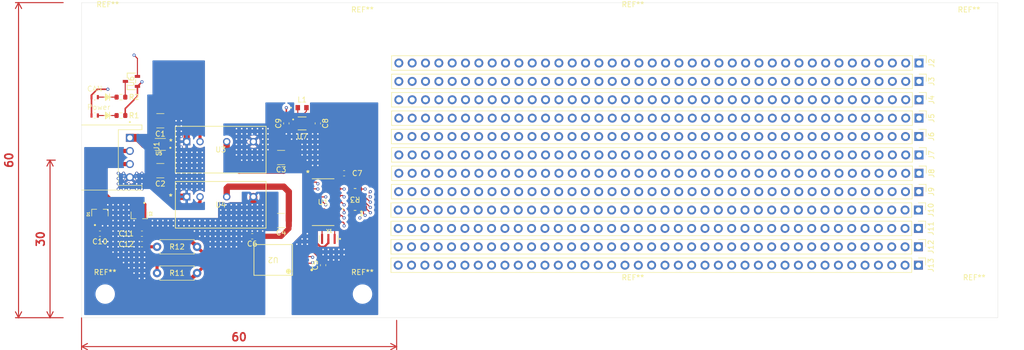
<source format=kicad_pcb>
(kicad_pcb (version 20241229) (generator "pcbnew") (generator_version "9.0")
  (title_block (title "CAN_Isolation") (date "2025-09-09") (rev "Ver.1.0") (company "ISHI-Kai"))
  (layers (0 "F.Cu" signal) (4 "In1.Cu" signal) (6 "In2.Cu" signal) (2 "B.Cu" signal) (13 "F.Paste" user) (15 "B.Paste" user) (5 "F.SilkS" user "F.Silkscreen") (7 "B.SilkS" user "B.Silkscreen") (1 "F.Mask" user) (3 "B.Mask" user) (25 "Edge.Cuts" user))
  (net 0 "")
  (net 1 "BAT_12V")
  (net 2 "BAT_GND")
  (net 3 "GND_3P3")
  (net 4 "+3.3VP")
  (net 5 "GND_5VCAN")
  (net 6 "+5VCAN")
  (net 7 "+5VD")
  (net 8 "CAN_H")
  (net 9 "CAN_L")
  (net 10 "Net-(C12-Pad1)")
  (net 93 "Net-(U7-SW)")
  (net 94 "Net-(LED1-Pad1)")
  (net 95 "Net-(LED2-Pad1)")
  (net 96 "CAN_CS")
  (net 97 "CAN_SDO")
  (net 98 "CAN_SDI")
  (net 99 "CAN_SCK")
  (net 100 "CAN_GPIO0")
  (net 101 "CAN_GPIO1")
  (net 102 "CAN_CLK")
  (net 103 "CAN_INT")
  (net 104 "Net-(U1-OSC2)")
  (net 105 "Net-(U1-OSC1)")
  (net 106 "Net-(U1-RXCAN)")
  (net 107 "Net-(U1-TXCAN)")
  (net 108 "CAN_LED")
  (net 510 "Net-(R2-Pad2)")
  (footprint "Capacitor_SMD:C_0603_1608Metric" (layer "F.Cu") (at 125 105 180)
    (property "Reference" "C7")
    (property "Value" "100n")
  )
  (footprint "CAN_Isolation:DWV0008A-IPC_A" (layer "F.Cu") (at 111.5 121.5 180)
    (property "Reference" "U2")
    (property "Value" "ISO1042QDWVRQ1")
  )
  (footprint "Connector_PinHeader_2.54mm:PinHeader_1x40_P2.54mm_Vertical" (layer "F.Cu") (at 234.44 98 -90)
    (property "Reference" "J6")
    (property "Value" "Conn_01x40_Pin")
  )
  (footprint "Connector_PinHeader_2.54mm:PinHeader_1x40_P2.54mm_Vertical" (layer "F.Cu") (at 234.48 87.5 -90)
    (property "Reference" "J3")
    (property "Value" "Conn_01x40_Pin")
  )
  (footprint "CAN_Isolation:JST_S4B-XH-A" (layer "F.Cu") (at 78.5 102 -90)
    (property "Reference" "J1")
    (property "Value" "S4B-XH-A")
  )
  (footprint "MountingHole:MountingHole_3.2mm_M3" (layer "F.Cu") (at 244 78)
    (property "Reference" "REF**")
    (property "Value" "MountingHole_3.2mm_M3")
  )
  (footprint "Capacitor_SMD:C_0603_1608Metric" (layer "F.Cu") (at 78.5 116.5)
    (property "Reference" "C10")
    (property "Value" "47p")
  )
  (footprint "MountingHole:MountingHole_3.2mm_M3" (layer "F.Cu") (at 245 129)
    (property "Reference" "REF**")
    (property "Value" "MountingHole_3.2mm_M3")
  )
  (footprint "Connector_PinHeader_2.54mm:PinHeader_1x40_P2.54mm_Vertical" (layer "F.Cu") (at 234.48 105 -90)
    (property "Reference" "J8")
    (property "Value" "Conn_01x40_Pin")
  )
  (footprint "Connector_PinHeader_2.54mm:PinHeader_1x40_P2.54mm_Vertical" (layer "F.Cu") (at 234.36 115.5 -90)
    (property "Reference" "J11")
    (property "Value" "Conn_01x40_Pin")
  )
  (footprint "MountingHole:MountingHole_3.2mm_M3" (layer "F.Cu") (at 80 77)
    (property "Reference" "REF**")
    (property "Value" "MountingHole_3.2mm_M3")
  )
  (footprint "CAN_Isolation:SON65P200X200X80-7N" (layer "F.Cu") (at 90 99.5 180)
    (property "Reference" "U5")
    (property "Value" "TVS1800DRVR")
  )
  (footprint "Connector_PinHeader_2.54mm:PinHeader_1x40_P2.54mm_Vertical" (layer "F.Cu") (at 234.36 122.5 -90)
    (property "Reference" "J13")
    (property "Value" "Conn_01x40_Pin")
  )
  (footprint "Capacitor_SMD:C_1210_3225Metric" (layer "F.Cu") (at 90 104.5)
    (property "Reference" "C2")
    (property "Value" "22u")
  )
  (footprint "Resistor_THT:R_Axial_DIN0207_L6.3mm_D2.5mm_P7.62mm_Horizontal" (layer "F.Cu") (at 89.38 119)
    (property "Reference" "R12")
    (property "Value" "60.4")
  )
  (footprint "Capacitor_SMD:C_0603_1608Metric" (layer "F.Cu") (at 121 122.5 90)
    (property "Reference" "C5")
    (property "Value" "100n")
  )
  (footprint "CAN_Isolation:TRANS_DTCZCAHZGT_ROM" (layer "F.Cu") (at 84.5 87.5 90)
    (property "Reference" "U6")
    (property "Value" "DTC114ECAHZGT116")
  )
  (footprint "Connector_PinHeader_2.54mm:PinHeader_1x40_P2.54mm_Vertical" (layer "F.Cu") (at 234.48 101.5 -90)
    (property "Reference" "J7")
    (property "Value" "Conn_01x40_Pin")
  )
  (footprint "MountingHole:MountingHole_3.2mm_M3" (layer "F.Cu") (at 128.5 128)
    (property "Reference" "REF**")
    (property "Value" "MountingHole_3.2mm_M3")
  )
  (footprint "CAN_Isolation:IND_LCCN_1608KK_TAY" (layer "F.Cu") (at 117 92.5)
    (property "Reference" "L1")
    (property "Value" "0.47uH")
  )
  (footprint "Capacitor_SMD:C_0603_1608Metric" (layer "F.Cu") (at 86.5 116.5)
    (property "Reference" "C11")
    (property "Value" "47p")
  )
  (footprint "CAN_Isolation:SOT95P237X111-3N" (layer "F.Cu") (at 78.5 112.5 90)
    (property "Reference" "D1")
    (property "Value" "MMBZ27VCLT1G")
  )
  (footprint "CAN_Isolation:SMLD12EN1WT86" (layer "F.Cu") (at 77.5 90.5 180)
    (property "Reference" "LED2" (hide yes))
    (property "Value" "SMLD12EN1WT86")
  )
  (footprint "Connector_PinHeader_2.54mm:PinHeader_1x40_P2.54mm_Vertical" (layer "F.Cu") (at 234.36 112 -90)
    (property "Reference" "J10")
    (property "Value" "Conn_01x40_Pin")
  )
  (footprint "Capacitor_SMD:C_0603_1608Metric" (layer "F.Cu") (at 120 95.5 -90)
    (property "Reference" "C8")
    (property "Value" "100n")
  )
  (footprint "CAN_Isolation:MGS3_COS" (layer "F.Cu") (at 95.023 98.976)
    (property "Reference" "U3")
    (property "Value" "MGS3123R3")
  )
  (footprint "CAN_Isolation:MGS3_COS" (layer "F.Cu") (at 95.023 109.476)
    (property "Reference" "U4")
    (property "Value" "MGS1R51205")
  )
  (footprint "Connector_PinHeader_2.54mm:PinHeader_1x40_P2.54mm_Vertical" (layer "F.Cu") (at 234.44 108.5 -90)
    (property "Reference" "J9")
    (property "Value" "Conn_01x40_Pin")
  )
  (footprint "CAN_Isolation:RES_EXB2HV" (layer "F.Cu") (at 127.0856 109.9812 180)
    (property "Reference" "R3")
    (property "Value" "EXB-2HV103JV")
  )
  (footprint "CAN_Isolation:SOIC14_150MIL_SL_MCH" (layer "F.Cu") (at 121 110.5)
    (property "Reference" "U1")
    (property "Value" "MCP2518FDT-H/SL")
  )
  (footprint "CAN_Isolation:SMLD12EN1WT86" (layer "F.Cu") (at 77.5 94 180)
    (property "Reference" "LED1" (hide yes))
    (property "Value" "SMLD12EN1WT86")
  )
  (footprint "CAN_Isolation:SOT-5X3-8_DRL_TEX" (layer "F.Cu") (at 117 95.5)
    (property "Reference" "U7")
    (property "Value" "TPS610333QDRLRQ1")
  )
  (footprint "Resistor_SMD:R_0603_1608Metric" (layer "F.Cu") (at 82.5 90.5)
    (property "Reference" "R2")
    (property "Value" "200")
  )
  (footprint "MountingHole:MountingHole_3.2mm_M3" (layer "F.Cu") (at 79.5 128)
    (property "Reference" "REF**")
    (property "Value" "MountingHole_3.2mm_M3")
  )
  (footprint "Capacitor_SMD:C_1210_3225Metric" (layer "F.Cu") (at 90 95)
    (property "Reference" "C1")
    (property "Value" "22u")
  )
  (footprint "Capacitor_SMD:C_0603_1608Metric" (layer "F.Cu") (at 107.5 117 180)
    (property "Reference" "C6")
    (property "Value" "100n")
  )
  (footprint "Capacitor_SMD:C_0603_1608Metric" (layer "F.Cu") (at 86.5 118.5 180)
    (property "Reference" "C12")
    (property "Value" "4700p")
  )
  (footprint "Resistor_THT:R_Axial_DIN0207_L6.3mm_D2.5mm_P7.62mm_Horizontal" (layer "F.Cu") (at 97 124 180)
    (property "Reference" "R11")
    (property "Value" "60.4")
  )
  (footprint "Capacitor_SMD:C_1210_3225Metric" (layer "F.Cu") (at 113 102 180)
    (property "Reference" "C3")
    (property "Value" "22u")
  )
  (footprint "MountingHole:MountingHole_3.2mm_M3" (layer "F.Cu") (at 180 77)
    (property "Reference" "REF**")
    (property "Value" "MountingHole_3.2mm_M3")
  )
  (footprint "Connector_PinHeader_2.54mm:PinHeader_1x40_P2.54mm_Vertical" (layer "F.Cu") (at 234.48 84 -90)
    (property "Reference" "J2")
    (property "Value" "Conn_01x40_Pin")
  )
  (footprint "Connector_PinHeader_2.54mm:PinHeader_1x40_P2.54mm_Vertical" (layer "F.Cu") (at 234.48 94.5 -90)
    (property "Reference" "J5")
    (property "Value" "Conn_01x40_Pin")
  )
  (footprint "CAN_Isolation:OSC_CSTNE20M0V530000R0" (layer "F.Cu") (at 122 117.5 180)
    (property "Reference" "Y1")
    (property "Value" "CSTNE20M0V530000R0")
  )
  (footprint "Capacitor_SMD:C_1210_3225Metric" (layer "F.Cu") (at 113 114 180)
    (property "Reference" "C4")
    (property "Value" "22u")
  )
  (footprint "Capacitor_SMD:C_0603_1608Metric" (layer "F.Cu") (at 114 95.5 -90)
    (property "Reference" "C9")
    (property "Value" "100n")
  )
  (footprint "CAN_Isolation:SOT95P237X111-3N" (layer "F.Cu") (at 86 113 -90)
    (property "Reference" "D2")
    (property "Value" "MMBZ27VCLT1G")
  )
  (footprint "MountingHole:MountingHole_3.2mm_M3" (layer "F.Cu") (at 180 129)
    (property "Reference" "REF**")
    (property "Value" "MountingHole_3.2mm_M3")
  )
  (footprint "Connector_PinHeader_2.54mm:PinHeader_1x40_P2.54mm_Vertical" (layer "F.Cu") (at 234.48 91 -90)
    (property "Reference" "J4")
    (property "Value" "Conn_01x40_Pin")
  )
  (footprint "Connector_PinHeader_2.54mm:PinHeader_1x40_P2.54mm_Vertical" (layer "F.Cu") (at 234.36 119 -90)
    (property "Reference" "J12")
    (property "Value" "Conn_01x40_Pin")
  )
  (footprint "Resistor_SMD:R_0603_1608Metric" (layer "F.Cu") (at 82.5 94)
    (property "Reference" "R1")
    (property "Value" "200")
  )
  (footprint "MountingHole:MountingHole_3.2mm_M3" (layer "F.Cu") (at 128.5 78)
    (property "Reference" "REF**")
    (property "Value" "MountingHole_3.2mm_M3")
  )
  (gr_rect (start 75 72.5) (end 249.5 132.5) (stroke (width 0.05)) (fill no) (layer "Edge.Cuts"))
  (gr_text "CAN" (at 76 89.5 0) (layer "F.SilkS") (effects (font (size 1 1) (thickness 0.1)) (justify left bottom)))
  (gr_text "Power" (at 76 93 0) (layer "F.SilkS") (effects (font (size 1 1) (thickness 0.1)) (justify left bottom)))
  (dimension (type orthogonal) (layer "F.Cu") (pts (xy 72 132.5) (xy 72 72.5)) (height -9) (orientation 1) (format (prefix "") (suffix "") (units 3) (units_format 0) (precision 4) (suppress_zeroes yes)) (style (thickness 0.2) (arrow_length 1.27) (text_position_mode 0) (arrow_direction outward) (extension_height 0.58642) (extension_offset 0.5) (keep_text_aligned yes)) (gr_text "60" (at 61.2 102.5 90) (layer "F.Cu") (effects (font (size 1.5 1.5) (thickness 0.3)))))
  (dimension (type orthogonal) (layer "F.Cu") (pts (xy 75 132) (xy 135 132.5)) (height 6) (orientation 0) (format (prefix "") (suffix "") (units 3) (units_format 0) (precision 4) (suppress_zeroes yes)) (style (thickness 0.2) (arrow_length 1.27) (text_position_mode 0) (arrow_direction outward) (extension_height 0.58642) (extension_offset 0.5) (keep_text_aligned yes)) (gr_text "60" (at 105 136.2 0) (layer "F.Cu") (effects (font (size 1.5 1.5) (thickness 0.3)))))
  (dimension (type orthogonal) (layer "F.Cu") (pts (xy 69 132.5) (xy 70.5 102.5)) (height 0) (orientation 1) (format (prefix "") (suffix "") (units 3) (units_format 0) (precision 4) (suppress_zeroes yes)) (style (thickness 0.2) (arrow_length 1.27) (text_position_mode 0) (arrow_direction outward) (extension_height 0.58642) (extension_offset 0.5) (keep_text_aligned yes)) (gr_text "30" (at 67.2 117.5 90) (layer "F.Cu") (effects (font (size 1.5 1.5) (thickness 0.3)))))
  (segment (start 88.525 107.525) (end 92.5 111.5) (width 0.6) (layer "F.Cu") (net 1))
  (segment (start 97.563 91.563) (end 97.563 98.976) (width 0.6) (layer "F.Cu") (net 1))
  (segment (start 84.2 98.25) (end 85.75 98.25) (width 1.5) (layer "F.Cu") (net 1))
  (segment (start 89 91) (end 97 91) (width 0.6) (layer "F.Cu") (net 1))
  (segment (start 88.98 98.85) (end 88.98 100.15) (width 0.6) (layer "F.Cu") (net 1))
  (segment (start 97.563 110.437) (end 97.563 109.476) (width 0.6) (layer "F.Cu") (net 1))
  (segment (start 96.5 111.5) (end 97.563 110.437) (width 0.6) (layer "F.Cu") (net 1))
  (segment (start 88.525 104.5) (end 88.525 107.525) (width 0.6) (layer "F.Cu") (net 1))
  (segment (start 88.98 100.15) (end 88.98 101.57) (width 0.6) (layer "F.Cu") (net 1))
  (segment (start 88.525 102.025) (end 88.525 104.5) (width 0.6) (layer "F.Cu") (net 1))
  (segment (start 87 99.5) (end 88.549 99.5) (width 1.5) (layer "F.Cu") (net 1))
  (segment (start 88.525 91.475) (end 89 91) (width 0.6) (layer "F.Cu") (net 1))
  (segment (start 85.75 98.25) (end 87 99.5) (width 1.5) (layer "F.Cu") (net 1))
  (segment (start 97 91) (end 97.563 91.563) (width 0.6) (layer "F.Cu") (net 1))
  (segment (start 88.525 95) (end 88.525 91.475) (width 0.6) (layer "F.Cu") (net 1))
  (segment (start 88.98 101.57) (end 88.525 102.025) (width 0.6) (layer "F.Cu") (net 1))
  (segment (start 88.98 97.52) (end 88.525 97.065) (width 0.6) (layer "F.Cu") (net 1))
  (segment (start 88.98 98.85) (end 88.98 97.52) (width 0.6) (layer "F.Cu") (net 1))
  (segment (start 92.5 111.5) (end 96.5 111.5) (width 0.6) (layer "F.Cu") (net 1))
  (segment (start 88.525 97.065) (end 88.525 95) (width 0.6) (layer "F.Cu") (net 1))
  (segment (start 90.65 98.85) (end 90 99.5) (width 0.4) (layer "F.Cu") (net 2))
  (segment (start 91.475 102.025) (end 91.02 101.57) (width 1.2) (layer "F.Cu") (net 2))
  (segment (start 91.02 98.85) (end 91.02 100.15) (width 1.2) (layer "F.Cu") (net 2))
  (segment (start 91.02 99.5) (end 90 99.5) (width 0.4) (layer "F.Cu") (net 2))
  (segment (start 91.02 98.85) (end 91.02 99.5) (width 1.1) (layer "F.Cu") (net 2))
  (segment (start 91.475 108.475) (end 92.476 109.476) (width 1.2) (layer "F.Cu") (net 2))
  (segment (start 91.475 93.525) (end 92 93) (width 1.2) (layer "F.Cu") (net 2))
  (segment (start 91.02 97.93) (end 91.02 98.85) (width 1.2) (layer "F.Cu") (net 2))
  (segment (start 94 93) (end 95.023 94.023) (width 1.2) (layer "F.Cu") (net 2))
  (segment (start 91.02 99.5) (end 91.02 100.15) (width 1.1) (layer "F.Cu") (net 2))
  (segment (start 91.475 104.5) (end 91.475 108.475) (width 1.2) (layer "F.Cu") (net 2))
  (segment (start 84.2 105.75) (end 84.2 105.8) (width 0.4) (layer "F.Cu") (net 2))
  (segment (start 91.475 102.025) (end 91.475 104.5) (width 1.2) (layer "F.Cu") (net 2))
  (segment (start 91.02 100.15) (end 90.65 100.15) (width 0.4) (layer "F.Cu") (net 2))
  (segment (start 90.65 100.15) (end 90 99.5) (width 0.4) (layer "F.Cu") (net 2))
  (segment (start 91.475 97.475) (end 91.02 97.93) (width 1.2) (layer "F.Cu") (net 2))
  (segment (start 91.02 98.85) (end 90.65 98.85) (width 0.4) (layer "F.Cu") (net 2))
  (segment (start 91.475 97.475) (end 91.475 95) (width 1.2) (layer "F.Cu") (net 2))
  (segment (start 91.02 101.57) (end 91.02 100.15) (width 1.2) (layer "F.Cu") (net 2))
  (segment (start 92 93) (end 94 93) (width 1.2) (layer "F.Cu") (net 2))
  (segment (start 92.476 109.476) (end 95.023 109.476) (width 1.2) (layer "F.Cu") (net 2))
  (segment (start 95.023 94.023) (end 95.023 98.976) (width 1.2) (layer "F.Cu") (net 2))
  (segment (start 91.475 95) (end 91.475 93.525) (width 1.2) (layer "F.Cu") (net 2))
  (via (at 96 104) (size 0.6) (drill 0.3) (layers "F.Cu" "B.Cu") (net 2))
  (via (at 94 97) (size 0.6) (drill 0.3) (layers "F.Cu" "B.Cu") (net 2))
  (via (at 93 103) (size 0.6) (drill 0.3) (layers "F.Cu" "B.Cu") (net 2))
  (via (at 85.5 106) (size 0.6) (drill 0.3) (layers "F.Cu" "B.Cu") (net 2))
  (via (at 94 95) (size 0.6) (drill 0.3) (layers "F.Cu" "B.Cu") (net 2))
  (via (at 93 100) (size 0.6) (drill 0.3) (layers "F.Cu" "B.Cu") (net 2))
  (via (at 93 99) (size 0.6) (drill 0.3) (layers "F.Cu" "B.Cu") (net 2))
  (via (at 94 102) (size 0.6) (drill 0.3) (layers "F.Cu" "B.Cu") (net 2))
  (via (at 95 105) (size 0.6) (drill 0.3) (layers "F.Cu" "B.Cu") (net 2))
  (via (at 85.5 107) (size 0.6) (drill 0.3) (layers "F.Cu" "B.Cu") (net 2))
  (via (at 82 105) (size 0.6) (drill 0.3) (layers "F.Cu" "B.Cu") (net 2))
  (via (at 96 107) (size 0.6) (drill 0.3) (layers "F.Cu" "B.Cu") (net 2))
  (via (at 94 108) (size 0.6) (drill 0.3) (layers "F.Cu" "B.Cu") (net 2))
  (via (at 86.5 105) (size 0.6) (drill 0.3) (layers "F.Cu" "B.Cu") (net 2))
  (via (at 93 95) (size 0.6) (drill 0.3) (layers "F.Cu" "B.Cu") (net 2))
  (via (at 96 106) (size 0.6) (drill 0.3) (layers "F.Cu" "B.Cu") (net 2))
  (via (at 94 98) (size 0.6) (drill 0.3) (layers "F.Cu" "B.Cu") (net 2))
  (via (at 83 108) (size 0.6) (drill 0.3) (layers "F.Cu" "B.Cu") (net 2))
  (via (at 84 107) (size 0.6) (drill 0.3) (layers "F.Cu" "B.Cu") (net 2))
  (via (at 93 102) (size 0.6) (drill 0.3) (layers "F.Cu" "B.Cu") (net 2))
  (via (at 95 107) (size 0.6) (drill 0.3) (layers "F.Cu" "B.Cu") (net 2))
  (via (at 95 108) (size 0.6) (drill 0.3) (layers "F.Cu" "B.Cu") (net 2))
  (via (at 97 102) (size 0.6) (drill 0.3) (layers "F.Cu" "B.Cu") (net 2))
  (via (at 82 108) (size 0.6) (drill 0.3) (layers "F.Cu" "B.Cu") (net 2))
  (via (at 95 101) (size 0.6) (drill 0.3) (layers "F.Cu" "B.Cu") (net 2))
  (via (at 98 104) (size 0.6) (drill 0.3) (layers "F.Cu" "B.Cu") (net 2))
  (via (at 82 106) (size 0.6) (drill 0.3) (layers "F.Cu" "B.Cu") (net 2))
  (via (at 97 105) (size 0.6) (drill 0.3) (layers "F.Cu" "B.Cu") (net 2))
  (via (at 83 107) (size 0.6) (drill 0.3) (layers "F.Cu" "B.Cu") (net 2))
  (via (at 98 105) (size 0.6) (drill 0.3) (layers "F.Cu" "B.Cu") (net 2))
  (via (at 96 105) (size 0.6) (drill 0.3) (layers "F.Cu" "B.Cu") (net 2))
  (via (at 94 104) (size 0.6) (drill 0.3) (layers "F.Cu" "B.Cu") (net 2))
  (via (at 95 103) (size 0.6) (drill 0.3) (layers "F.Cu" "B.Cu") (net 2))
  (via (at 95 102) (size 0.6) (drill 0.3) (layers "F.Cu" "B.Cu") (net 2))
  (via (at 96 103) (size 0.6) (drill 0.3) (layers "F.Cu" "B.Cu") (net 2))
  (via (at 94 100) (size 0.6) (drill 0.3) (layers "F.Cu" "B.Cu") (net 2))
  (via (at 85.5 105) (size 0.6) (drill 0.3) (layers "F.Cu" "B.Cu") (net 2))
  (via (at 93 105) (size 0.6) (drill 0.3) (layers "F.Cu" "B.Cu") (net 2))
  (via (at 83 105) (size 0.6) (drill 0.3) (layers "F.Cu" "B.Cu") (net 2))
  (via (at 98 107) (size 0.6) (drill 0.3) (layers "F.Cu" "B.Cu") (net 2))
  (via (at 95 106) (size 0.6) (drill 0.3) (layers "F.Cu" "B.Cu") (net 2))
  (via (at 94 105) (size 0.6) (drill 0.3) (layers "F.Cu" "B.Cu") (net 2))
  (via (at 93 97) (size 0.6) (drill 0.3) (layers "F.Cu" "B.Cu") (net 2))
  (via (at 86.5 106) (size 0.6) (drill 0.3) (layers "F.Cu" "B.Cu") (net 2))
  (via (at 96 108) (size 0.6) (drill 0.3) (layers "F.Cu" "B.Cu") (net 2))
  (via (at 94 106) (size 0.6) (drill 0.3) (layers "F.Cu" "B.Cu") (net 2))
  (via (at 94 107) (size 0.6) (drill 0.3) (layers "F.Cu" "B.Cu") (net 2))
  (via (at 96 102) (size 0.6) (drill 0.3) (layers "F.Cu" "B.Cu") (net 2))
  (via (at 97 106) (size 0.6) (drill 0.3) (layers "F.Cu" "B.Cu") (net 2))
  (via (at 97 104) (size 0.6) (drill 0.3) (layers "F.Cu" "B.Cu") (net 2))
  (via (at 83 106) (size 0.6) (drill 0.3) (layers "F.Cu" "B.Cu") (net 2))
  (via (at 85.5 108) (size 0.6) (drill 0.3) (layers "F.Cu" "B.Cu") (net 2))
  (via (at 97 101) (size 0.6) (drill 0.3) (layers "F.Cu" "B.Cu") (net 2))
  (via (at 94 103) (size 0.6) (drill 0.3) (layers "F.Cu" "B.Cu") (net 2))
  (via (at 82 107) (size 0.6) (drill 0.3) (layers "F.Cu" "B.Cu") (net 2))
  (via (at 98 108) (size 0.6) (drill 0.3) (layers "F.Cu" "B.Cu") (net 2))
  (via (at 93 107) (size 0.6) (drill 0.3) (layers "F.Cu" "B.Cu") (net 2))
  (via (at 97 107) (size 0.6) (drill 0.3) (layers "F.Cu" "B.Cu") (net 2))
  (via (at 98 103) (size 0.6) (drill 0.3) (layers "F.Cu" "B.Cu") (net 2))
  (via (at 97 103) (size 0.6) (drill 0.3) (layers "F.Cu" "B.Cu") (net 2))
  (via (at 93 104) (size 0.6) (drill 0.3) (layers "F.Cu" "B.Cu") (net 2))
  (via (at 98 106) (size 0.6) (drill 0.3) (layers "F.Cu" "B.Cu") (net 2))
  (via (at 95 104) (size 0.6) (drill 0.3) (layers "F.Cu" "B.Cu") (net 2))
  (via (at 98 102) (size 0.6) (drill 0.3) (layers "F.Cu" "B.Cu") (net 2))
  (via (at 93 106) (size 0.6) (drill 0.3) (layers "F.Cu" "B.Cu") (net 2))
  (via (at 93 108) (size 0.6) (drill 0.3) (layers "F.Cu" "B.Cu") (net 2))
  (via (at 96 101) (size 0.6) (drill 0.3) (layers "F.Cu" "B.Cu") (net 2))
  (via (at 86.5 108) (size 0.6) (drill 0.3) (layers "F.Cu" "B.Cu") (net 2))
  (via (at 94 96) (size 0.6) (drill 0.3) (layers "F.Cu" "B.Cu") (net 2))
  (via (at 97 108) (size 0.6) (drill 0.3) (layers "F.Cu" "B.Cu") (net 2))
  (via (at 93 101) (size 0.6) (drill 0.3) (layers "F.Cu" "B.Cu") (net 2))
  (via (at 84 108) (size 0.6) (drill 0.3) (layers "F.Cu" "B.Cu") (net 2))
  (via (at 98 101) (size 0.6) (drill 0.3) (layers "F.Cu" "B.Cu") (net 2))
  (via (at 93 98) (size 0.6) (drill 0.3) (layers "F.Cu" "B.Cu") (net 2))
  (via (at 94 101) (size 0.6) (drill 0.3) (layers "F.Cu" "B.Cu") (net 2))
  (via (at 86.5 107) (size 0.6) (drill 0.3) (layers "F.Cu" "B.Cu") (net 2))
  (via (at 93 96) (size 0.6) (drill 0.3) (layers "F.Cu" "B.Cu") (net 2))
  (segment (start 84.75 105.75) (end 85.5 105) (width 0.4) (layer "B.Cu") (net 2))
  (segment (start 95.023 109.476) (end 95.023 109.523) (width 1.2) (layer "B.Cu") (net 2))
  (segment (start 95.023 98.976) (end 95.024 98.976) (width 1.2) (layer "B.Cu") (net 2))
  (segment (start 95.023 98.976) (end 95.023 99.023) (width 1.2) (layer "B.Cu") (net 2))
  (segment (start 83.25 105.75) (end 83 106) (width 0.4) (layer "B.Cu") (net 2))
  (segment (start 84.2 105.75) (end 84.75 105.75) (width 0.4) (layer "B.Cu") (net 2))
  (segment (start 84.2 105.75) (end 83.25 105.75) (width 0.4) (layer "B.Cu") (net 2))
  (segment (start 85.25 105.75) (end 85.5 106) (width 0.4) (layer "B.Cu") (net 2))
  (segment (start 84.2 105.75) (end 85.25 105.75) (width 0.4) (layer "B.Cu") (net 2))
  (segment (start 84.2 105.75) (end 83.75 105.75) (width 0.4) (layer "B.Cu") (net 2))
  (segment (start 95.023 109.476) (end 95.024 109.476) (width 1.2) (layer "B.Cu") (net 2))
  (segment (start 95.023 98.976) (end 94.976 98.976) (width 1.2) (layer "B.Cu") (net 2))
  (segment (start 83.75 105.75) (end 83 105) (width 0.4) (layer "B.Cu") (net 2))
  (segment (start 95.023 98.976) (end 95.023 98.977) (width 1.2) (layer "B.Cu") (net 2))
  (segment (start 121.252 119) (end 122 118.252) (width 0.4) (layer "F.Cu") (net 3))
  (segment (start 83.325 94) (end 83.325 92.675) (width 0.3) (layer "F.Cu") (net 3))
  (segment (start 117.799201 95.75) (end 118.25 95.75) (width 0.2) (layer "F.Cu") (net 3))
  (segment (start 118.815768 119.595) (end 120.945768 121.725) (width 0.4) (layer "F.Cu") (net 3))
  (segment (start 122 118.252) (end 122 117.5) (width 0.4) (layer "F.Cu") (net 3))
  (segment (start 120.945768 121.725) (end 121 121.725) (width 0.4) (layer "F.Cu") (net 3))
  (segment (start 83.325 92.675) (end 85.643 90.357) (width 0.3) (layer "F.Cu") (net 3))
  (segment (start 119.5 116) (end 119.5 118) (width 0.4) (layer "F.Cu") (net 3))
  (segment (start 119.5 118) (end 120.5 119) (width 0.4) (layer "F.Cu") (net 3))
  (segment (start 118.25 95.75) (end 118.775 96.275) (width 0.2) (layer "F.Cu") (net 3))
  (segment (start 85.643 88.450001) (end 86.502 87.591001) (width 0.3) (layer "F.Cu") (net 3))
  (segment (start 85.643 90.357) (end 85.643 88.450001) (width 0.3) (layer "F.Cu") (net 3))
  (segment (start 118.3457 114.31) (end 118.3457 114.8457) (width 0.4) (layer "F.Cu") (net 3))
  (segment (start 116.800523 119.595) (end 118.815768 119.595) (width 0.4) (layer "F.Cu") (net 3))
  (segment (start 118.3457 114.8457) (end 119.5 116) (width 0.4) (layer "F.Cu") (net 3))
  (segment (start 118.775 96.275) (end 120 96.275) (width 0.2) (layer "F.Cu") (net 3))
  (segment (start 118.3457 114.04) (end 118.54 114.04) (width 0.2) (layer "F.Cu") (net 3))
  (segment (start 120.5 119) (end 121.252 119) (width 0.4) (layer "F.Cu") (net 3))
  (via (at 108.5 101.5) (size 0.6) (drill 0.3) (layers "F.Cu" "B.Cu") (net 3))
  (via (at 118 98.5) (size 0.6) (drill 0.3) (layers "F.Cu" "B.Cu") (net 3))
  (via (at 120 103.5) (size 0.6) (drill 0.3) (layers "F.Cu" "B.Cu") (net 3))
  (via (at 105.5 102.5) (size 0.6) (drill 0.3) (layers "F.Cu" "B.Cu") (net 3))
  (via (at 107.5 96.5) (size 0.6) (drill 0.3) (layers "F.Cu" "B.Cu") (net 3))
  (via (at 110.5 98.5) (size 0.6) (drill 0.3) (layers "F.Cu" "B.Cu") (net 3))
  (via (at 119 103.5) (size 0.6) (drill 0.3) (layers "F.Cu" "B.Cu") (net 3))
  (via (at 106.5 102.5) (size 0.6) (drill 0.3) (layers "F.Cu" "B.Cu") (net 3))
  (via (at 109.5 102.5) (size 0.6) (drill 0.3) (layers "F.Cu" "B.Cu") (net 3))
  (via (at 116 118.5) (size 0.6) (drill 0.3) (layers "F.Cu" "B.Cu") (net 3))
  (via (at 117 97.5) (size 0.6) (drill 0.3) (layers "F.Cu" "B.Cu") (net 3))
  (via (at 119 98.5) (size 0.6) (drill 0.3) (layers "F.Cu" "B.Cu") (net 3))
  (via (at 108.5 97.5) (size 0.6) (drill 0.3) (layers "F.Cu" "B.Cu") (net 3))
  (via (at 120 98.5) (size 0.6) (drill 0.3) (layers "F.Cu" "B.Cu") (net 3))
  (via (at 104.5 100.5) (size 0.6) (drill 0.3) (layers "F.Cu" "B.Cu") (net 3))
  (via (at 124 121.5) (size 0.6) (drill 0.3) (layers "F.Cu" "B.Cu") (net 3))
  (via (at 106.5 101.5) (size 0.6) (drill 0.3) (layers "F.Cu" "B.Cu") (net 3))
  (via (at 117 100.5) (size 0.6) (drill 0.3) (layers "F.Cu" "B.Cu") (net 3))
  (via (at 125 120.5) (size 0.6) (drill 0.3) (layers "F.Cu" "B.Cu") (net 3))
  (via (at 117 117.5) (size 0.6) (drill 0.3) (layers "F.Cu" "B.Cu") (net 3))
  (via (at 107.5 100.5) (size 0.6) (drill 0.3) (layers "F.Cu" "B.Cu") (net 3))
  (via (at 109.5 98.5) (size 0.6) (drill 0.3) (layers "F.Cu" "B.Cu") (net 3))
  (via (at 124 120.5) (size 0.6) (drill 0.3) (layers "F.Cu" "B.Cu") (net 3))
  (via (at 119 101.5) (size 0.6) (drill 0.3) (layers "F.Cu" "B.Cu") (net 3))
  (via (at 119 97.5) (size 0.6) (drill 0.3) (layers "F.Cu" "B.Cu") (net 3))
  (via (at 110.5 96.5) (size 0.6) (drill 0.3) (layers "F.Cu" "B.Cu") (net 3))
  (via (at 117 101.5) (size 0.6) (drill 0.3) (layers "F.Cu" "B.Cu") (net 3))
  (via (at 106.5 96.5) (size 0.6) (drill 0.3) (layers "F.Cu" "B.Cu") (net 3))
  (via (at 115 98.5) (size 0.6) (drill 0.3) (layers "F.Cu" "B.Cu") (net 3))
  (via (at 119 102.5) (size 0.6) (drill 0.3) (layers "F.Cu" "B.Cu") (net 3))
  (via (at 124 119.5) (size 0.6) (drill 0.3) (layers "F.Cu" "B.Cu") (net 3))
  (via (at 110.5 100.5) (size 0.6) (drill 0.3) (layers "F.Cu" "B.Cu") (net 3))
  (via (at 86.502 87.591001) (size 0.6) (drill 0.3) (layers "F.Cu" "B.Cu") (net 3))
  (via (at 118 100.5) (size 0.6) (drill 0.3) (layers "F.Cu" "B.Cu") (net 3))
  (via (at 106.5 97.5) (size 0.6) (drill 0.3) (layers "F.Cu" "B.Cu") (net 3))
  (via (at 110.5 99.5) (size 0.6) (drill 0.3) (layers "F.Cu" "B.Cu") (net 3))
  (via (at 105.5 98.5) (size 0.6) (drill 0.3) (layers "F.Cu" "B.Cu") (net 3))
  (via (at 109.5 97.5) (size 0.6) (drill 0.3) (layers "F.Cu" "B.Cu") (net 3))
  (via (at 105.5 99.5) (size 0.6) (drill 0.3) (layers "F.Cu" "B.Cu") (net 3))
  (via (at 120 99.5) (size 0.6) (drill 0.3) (layers "F.Cu" "B.Cu") (net 3))
  (via (at 105.5 101.5) (size 0.6) (drill 0.3) (layers "F.Cu" "B.Cu") (net 3))
  (via (at 117 118.5) (size 0.6) (drill 0.3) (layers "F.Cu" "B.Cu") (net 3))
  (via (at 104.5 97.5) (size 0.6) (drill 0.3) (layers "F.Cu" "B.Cu") (net 3))
  (via (at 108.5 96.5) (size 0.6) (drill 0.3) (layers "F.Cu" "B.Cu") (net 3))
  (via (at 104.5 98.5) (size 0.6) (drill 0.3) (layers "F.Cu" "B.Cu") (net 3))
  (via (at 121 120.5) (size 0.6) (drill 0.3) (layers "F.Cu" "B.Cu") (net 3))
  (via (at 121 119.5) (size 0.6) (drill 0.3) (layers "F.Cu" "B.Cu") (net 3))
  (via (at 116 98.5) (size 0.6) (drill 0.3) (layers "F.Cu" "B.Cu") (net 3))
  (via (at 125 119.5) (size 0.6) (drill 0.3) (layers "F.Cu" "B.Cu") (net 3))
  (via (at 118 102.5) (size 0.6) (drill 0.3) (layers "F.Cu" "B.Cu") (net 3))
  (via (at 123 119.5) (size 0.6) (drill 0.3) (layers "F.Cu" "B.Cu") (net 3))
  (via (at 122 121.5) (size 0.6) (drill 0.3) (layers "F.Cu" "B.Cu") (net 3))
  (via (at 104.5 101.5) (size 0.6) (drill 0.3) (layers "F.Cu" "B.Cu") (net 3))
  (via (at 108.5 100.5) (size 0.6) (drill 0.3) (layers "F.Cu" "B.Cu") (net 3))
  (via (at 105.5 100.5) (size 0.6) (drill 0.3) (layers "F.Cu" "B.Cu") (net 3))
  (via (at 107.5 97.5) (size 0.6) (drill 0.3) (layers "F.Cu" "B.Cu") (net 3))
  (via (at 108.5 102.5) (size 0.6) (drill 0.3) (layers "F.Cu" "B.Cu") (net 3))
  (via (at 109.5 101.5) (size 0.6) (drill 0.3) (layers "F.Cu" "B.Cu") (net 3))
  (via (at 120 100.5) (size 0.6) (drill 0.3) (layers "F.Cu" "B.Cu") (net 3))
  (via (at 118 117.5) (size 0.6) (drill 0.3) (layers "F.Cu" "B.Cu") (net 3))
  (via (at 104.5 99.5) (size 0.6) (drill 0.3) (layers "F.Cu" "B.Cu") (net 3))
  (via (at 122 120.5) (size 0.6) (drill 0.3) (layers "F.Cu" "B.Cu") (net 3))
  (via (at 118 101.5) (size 0.6) (drill 0.3) (layers "F.Cu" "B.Cu") (net 3))
  (via (at 123 121.5) (size 0.6) (drill 0.3) (layers "F.Cu" "B.Cu") (net 3))
  (via (at 118 97.5) (size 0.6) (drill 0.3) (layers "F.Cu" "B.Cu") (net 3))
  (via (at 118 118.5) (size 0.6) (drill 0.3) (layers "F.Cu" "B.Cu") (net 3))
  (via (at 109.5 100.5) (size 0.6) (drill 0.3) (layers "F.Cu" "B.Cu") (net 3))
  (via (at 106.5 99.5) (size 0.6) (drill 0.3) (layers "F.Cu" "B.Cu") (net 3))
  (via (at 106.5 100.5) (size 0.6) (drill 0.3) (layers "F.Cu" "B.Cu") (net 3))
  (via (at 107.5 101.5) (size 0.6) (drill 0.3) (layers "F.Cu" "B.Cu") (net 3))
  (via (at 118 116.5) (size 0.6) (drill 0.3) (layers "F.Cu" "B.Cu") (net 3))
  (via (at 114 97.5) (size 0.6) (drill 0.3) (layers "F.Cu" "B.Cu") (net 3))
  (via (at 115 97.5) (size 0.6) (drill 0.3) (layers "F.Cu" "B.Cu") (net 3))
  (via (at 117 99.5) (size 0.6) (drill 0.3) (layers "F.Cu" "B.Cu") (net 3))
  (via (at 104.5 96.5) (size 0.6) (drill 0.3) (layers "F.Cu" "B.Cu") (net 3))
  (via (at 118 99.5) (size 0.6) (drill 0.3) (layers "F.Cu" "B.Cu") (net 3))
  (via (at 105.5 97.5) (size 0.6) (drill 0.3) (layers "F.Cu" "B.Cu") (net 3))
  (via (at 109.5 96.5) (size 0.6) (drill 0.3) (layers "F.Cu" "B.Cu") (net 3))
  (via (at 116 97.5) (size 0.6) (drill 0.3) (layers "F.Cu" "B.Cu") (net 3))
  (via (at 120 102.5) (size 0.6) (drill 0.3) (layers "F.Cu" "B.Cu") (net 3))
  (via (at 119 99.5) (size 0.6) (drill 0.3) (layers "F.Cu" "B.Cu") (net 3))
  (via (at 117 98.5) (size 0.6) (drill 0.3) (layers "F.Cu" "B.Cu") (net 3))
  (via (at 120 97.5) (size 0.6) (drill 0.3) (layers "F.Cu" "B.Cu") (net 3))
  (via (at 105.5 96.5) (size 0.6) (drill 0.3) (layers "F.Cu" "B.Cu") (net 3))
  (via (at 110.5 97.5) (size 0.6) (drill 0.3) (layers "F.Cu" "B.Cu") (net 3))
  (via (at 119 100.5) (size 0.6) (drill 0.3) (layers "F.Cu" "B.Cu") (net 3))
  (via (at 109.5 99.5) (size 0.6) (drill 0.3) (layers "F.Cu" "B.Cu") (net 3))
  (via (at 107.5 102.5) (size 0.6) (drill 0.3) (layers "F.Cu" "B.Cu") (net 3))
  (via (at 106.5 98.5) (size 0.6) (drill 0.3) (layers "F.Cu" "B.Cu") (net 3))
  (via (at 122 119.5) (size 0.6) (drill 0.3) (layers "F.Cu" "B.Cu") (net 3))
  (via (at 120 101.5) (size 0.6) (drill 0.3) (layers "F.Cu" "B.Cu") (net 3))
  (via (at 123 120.5) (size 0.6) (drill 0.3) (layers "F.Cu" "B.Cu") (net 3))
  (segment (start 126.175 121.325) (end 124.225 123.275) (width 0.4) (layer "F.Cu") (net 4))
  (segment (start 114.475 102) (end 114.475 100.5) (width 1) (layer "F.Cu") (net 4))
  (segment (start 76.89675 90.10325) (end 78 89) (width 0.3) (layer "F.Cu") (net 4))
  (segment (start 126.225 107.9462) (end 126.1712 108) (width 0.4) (layer "F.Cu") (net 4))
  (segment (start 114.5 100) (end 114.475 99.975) (width 0.4) (layer "F.Cu") (net 4))
  (segment (start 113.5 104.5) (end 105 104.5) (width 1.2) (layer "F.Cu") (net 4))
  (segment (start 116.727301 95.75) (end 117.227302 96.250001) (width 0.2) (layer "F.Cu") (net 4))
  (segment (start 116 100.5) (end 115.5 100) (width 0.4) (layer "F.Cu") (net 4))
  (segment (start 102.643 102.143) (end 102.643 98.976) (width 1.2) (layer "F.Cu") (net 4))
  (segment (start 105 104.5) (end 102.643 102.143) (width 1.2) (layer "F.Cu") (net 4))
  (segment (start 126.175 117) (end 126.175 121.325) (width 0.4) (layer "F.Cu") (net 4))
  (segment (start 120.87 123.405) (end 121 123.275) (width 0.2) (layer "F.Cu") (net 4))
  (segment (start 111.5 98) (end 111.5 95.5) (width 1) (layer "F.Cu") (net 4))
  (segment (start 116.200799 95.75) (end 116.200799 95.25) (width 0.2) (layer "F.Cu") (net 4))
  (segment (start 116.200799 95.25) (end 116.200799 94.749999) (width 0.2) (layer "F.Cu") (net 4))
  (segment (start 116.200799 94.749999) (end 114.024999 94.749999) (width 0.2) (layer "F.Cu") (net 4))
  (segment (start 78 89) (end 80 89) (width 0.3) (layer "F.Cu") (net 4))
  (segment (start 116.200799 95.75) (end 116.727301 95.75) (width 0.2) (layer "F.Cu") (net 4))
  (segment (start 111.5 95.5) (end 112.275 94.725) (width 1) (layer "F.Cu") (net 4))
  (segment (start 114.475 102) (end 114.475 103.525) (width 1.2) (layer "F.Cu") (net 4))
  (segment (start 114 92.5) (end 114 94.725) (width 0.3) (layer "F.Cu") (net 4))
  (segment (start 76.89675 90.5) (end 76.89675 94) (width 0.3) (layer "F.Cu") (net 4))
  (segment (start 76.89675 90.5) (end 76.89675 90.10325) (width 0.3) (layer "F.Cu") (net 4))
  (segment (start 114.475 99.975) (end 113.5 99) (width 1) (layer "F.Cu") (net 4))
  (segment (start 113 94.725) (end 114 94.725) (width 1) (layer "F.Cu") (net 4))
  (segment (start 112.275 94.725) (end 113 94.725) (width 1) (layer "F.Cu") (net 4))
  (segment (start 124.225 123.275) (end 121 123.275) (width 0.4) (layer "F.Cu") (net 4))
  (segment (start 114.024999 94.749999) (end 114 94.725) (width 0.2) (layer "F.Cu") (net 4))
  (segment (start 115.5 100) (end 114.5 100) (width 0.4) (layer "F.Cu") (net 4))
  (segment (start 114.475 103.525) (end 113.5 104.5) (width 1.2) (layer "F.Cu") (net 4))
  (segment (start 112.5 99) (end 111.5 98) (width 1) (layer "F.Cu") (net 4))
  (segment (start 113.5 99) (end 112.5 99) (width 1) (layer "F.Cu") (net 4))
  (segment (start 116 102) (end 116 100.5) (width 0.4) (layer "F.Cu") (net 4))
  (segment (start 118.5 104.5) (end 116 102) (width 0.4) (layer "F.Cu") (net 4))
  (segment (start 126.1712 116.9962) (end 126.175 117) (width 0.4) (layer "F.Cu") (net 4))
  (segment (start 116.1745 92.5) (end 116.1745 94.7237) (width 0.2) (layer "F.Cu") (net 4))
  (segment (start 117.227302 96.250001) (end 117.799201 96.250001) (width 0.2) (layer "F.Cu") (net 4))
  (segment (start 116.1745 94.7237) (end 116.200799 94.749999) (width 0.2) (layer "F.Cu") (net 4))
  (segment (start 116.800523 123.405) (end 120.87 123.405) (width 0.4) (layer "F.Cu") (net 4))
  (segment (start 114.475 100.5) (end 114.475 99.975) (width 1) (layer "F.Cu") (net 4))
  (via (at 114 92.5) (size 0.6) (drill 0.3) (layers "F.Cu" "B.Cu") (net 4))
  (via (at 80 89) (size 0.6) (drill 0.3) (layers "F.Cu" "B.Cu") (net 4))
  (segment (start 84.94 111.94) (end 84 111) (width 0.6) (layer "F.Cu") (net 5))
  (segment (start 105.5 118) (end 105.5 118.895523) (width 0.6) (layer "F.Cu") (net 5))
  (segment (start 85.725 116.5) (end 85.725 117.725) (width 0.6) (layer "F.Cu") (net 5))
  (segment (start 79.275 116.5) (end 79.275 115.275) (width 0.6) (layer "F.Cu") (net 5))
  (segment (start 107.723 109.476) (end 107.723 110.223) (width 1.5) (layer "F.Cu") (net 5))
  (segment (start 106.725 117) (end 106.725 119.069477) (width 0.6) (layer "F.Cu") (net 5))
  (segment (start 106.725 117) (end 105.5 117) (width 0.6) (layer "F.Cu") (net 5))
  (segment (start 79 115) (end 80 115) (width 0.6) (layer "F.Cu") (net 5))
  (segment (start 106.725 119.069477) (end 106.199477 119.595) (width 0.6) (layer "F.Cu") (net 5))
  (segment (start 105.5 118.895523) (end 106.199477 119.595) (width 0.6) (layer "F.Cu") (net 5))
  (segment (start 79 115) (end 79 114.01) (width 0.6) (layer "F.Cu") (net 5))
  (segment (start 79.275 115.275) (end 79 115) (width 0.6) (layer "F.Cu") (net 5))
  (segment (start 79 114.01) (end 79.45 113.56) (width 0.6) (layer "F.Cu") (net 5))
  (segment (start 85.725 117.725) (end 86 118) (width 0.6) (layer "F.Cu") (net 5))
  (via (at 106.5 112) (size 0.6) (drill 0.3) (layers "F.Cu" "B.Cu") (net 5))
  (via (at 99.5 119) (size 0.6) (drill 0.3) (layers "F.Cu" "B.Cu") (net 5))
  (via (at 97.5 114) (size 0.6) (drill 0.3) (layers "F.Cu" "B.Cu") (net 5))
  (via (at 104.5 119) (size 0.6) (drill 0.3) (layers "F.Cu" "B.Cu") (net 5))
  (via (at 84 119) (size 0.6) (drill 0.3) (layers "F.Cu" "B.Cu") (net 5))
  (via (at 101.5 114) (size 0.6) (drill 0.3) (layers "F.Cu" "B.Cu") (net 5))
  (via (at 83 114) (size 0.6) (drill 0.3) (layers "F.Cu" "B.Cu") (net 5))
  (via (at 93.5 115) (size 0.6) (drill 0.3) (layers "F.Cu" "B.Cu") (net 5))
  (via (at 102.5 113) (size 0.6) (drill 0.3) (layers "F.Cu" "B.Cu") (net 5))
  (via (at 109.5 112) (size 0.6) (drill 0.3) (layers "F.Cu" "B.Cu") (net 5))
  (via (at 82 116) (size 0.6) (drill 0.3) (layers "F.Cu" "B.Cu") (net 5))
  (via (at 108.5 111) (size 0.6) (drill 0.3) (layers "F.Cu" "B.Cu") (net 5))
  (via (at 84 118) (size 0.6) (drill 0.3) (layers "F.Cu" "B.Cu") (net 5))
  (via (at 108.5 116) (size 0.6) (drill 0.3) (layers "F.Cu" "B.Cu") (net 5))
  (via (at 84 122) (size 0.6) (drill 0.3) (layers "F.Cu" "B.Cu") (net 5))
  (via (at 106.5 114) (size 0.6) (drill 0.3) (layers "F.Cu" "B.Cu") (net 5))
  (via (at 80 118) (size 0.6) (drill 0.3) (layers "F.Cu" "B.Cu") (net 5))
  (via (at 82 117) (size 0.6) (drill 0.3) (layers "F.Cu" "B.Cu") (net 5))
  (via (at 84 113) (size 0.6) (drill 0.3) (layers "F.Cu" "B.Cu") (net 5))
  (via (at 107.5 111) (size 0.6) (drill 0.3) (layers "F.Cu" "B.Cu") (net 5))
  (via (at 103.5 114) (size 0.6) (drill 0.3) (layers "F.Cu" "B.Cu") (net 5))
  (via (at 94.5 114) (size 0.6) (drill 0.3) (layers "F.Cu" "B.Cu") (net 5))
  (via (at 104.5 116) (size 0.6) (drill 0.3) (layers "F.Cu" "B.Cu") (net 5))
  (via (at 81 115) (size 0.6) (drill 0.3) (layers "F.Cu" "B.Cu") (net 5))
  (via (at 108.5 112) (size 0.6) (drill 0.3) (layers "F.Cu" "B.Cu") (net 5))
  (via (at 104.5 117) (size 0.6) (drill 0.3) (layers "F.Cu" "B.Cu") (net 5))
  (via (at 94.5 115) (size 0.6) (drill 0.3) (layers "F.Cu" "B.Cu") (net 5))
  (via (at 109.5 114) (size 0.6) (drill 0.3) (layers "F.Cu" "B.Cu") (net 5))
  (via (at 84 114) (size 0.6) (drill 0.3) (layers "F.Cu" "B.Cu") (net 5))
  (via (at 92.5 114) (size 0.6) (drill 0.3) (layers "F.Cu" "B.Cu") (net 5))
  (via (at 99.5 117) (size 0.6) (drill 0.3) (layers "F.Cu" "B.Cu") (net 5))
  (via (at 108.5 115) (size 0.6) (drill 0.3) (layers "F.Cu" "B.Cu") (net 5))
  (via (at 82 119) (size 0.6) (drill 0.3) (layers "F.Cu" "B.Cu") (net 5))
  (via (at 99.5 114) (size 0.6) (drill 0.3) (layers "F.Cu" "B.Cu") (net 5))
  (via (at 83 115) (size 0.6) (drill 0.3) (layers "F.Cu" "B.Cu") (net 5))
  (via (at 84 111) (size 0.6) (drill 0.3) (layers "F.Cu" "B.Cu") (net 5))
  (via (at 83 120) (size 0.6) (drill 0.3) (layers "F.Cu" "B.Cu") (net 5))
  (via (at 83 118) (size 0.6) (drill 0.3) (layers "F.Cu" "B.Cu") (net 5))
  (via (at 89.5 114) (size 0.6) (drill 0.3) (layers "F.Cu" "B.Cu") (net 5))
  (via (at 105.5 118) (size 0.6) (drill 0.3) (layers "F.Cu" "B.Cu") (net 5))
  (via (at 83 122) (size 0.6) (drill 0.3) (layers "F.Cu" "B.Cu") (net 5))
  (via (at 103.5 119) (size 0.6) (drill 0.3) (layers "F.Cu" "B.Cu") (net 5))
  (via (at 88.5 114) (size 0.6) (drill 0.3) (layers "F.Cu" "B.Cu") (net 5))
  (via (at 100.5 114) (size 0.6) (drill 0.3) (layers "F.Cu" "B.Cu") (net 5))
  (via (at 86 121) (size 0.6) (drill 0.3) (layers "F.Cu" "B.Cu") (net 5))
  (via (at 81 119) (size 0.6) (drill 0.3) (layers "F.Cu" "B.Cu") (net 5))
  (via (at 87 120) (size 0.6) (drill 0.3) (layers "F.Cu" "B.Cu") (net 5))
  (via (at 100.5 119) (size 0.6) (drill 0.3) (layers "F.Cu" "B.Cu") (net 5))
  (via (at 87 122) (size 0.6) (drill 0.3) (layers "F.Cu" "B.Cu") (net 5))
  (via (at 80 115) (size 0.6) (drill 0.3) (layers "F.Cu" "B.Cu") (net 5))
  (via (at 109.5 113) (size 0.6) (drill 0.3) (layers "F.Cu" "B.Cu") (net 5))
  (via (at 101.5 117) (size 0.6) (drill 0.3) (layers "F.Cu" "B.Cu") (net 5))
  (via (at 81 114) (size 0.6) (drill 0.3) (layers "F.Cu" "B.Cu") (net 5))
  (via (at 107.5 113) (size 0.6) (drill 0.3) (layers "F.Cu" "B.Cu") (net 5))
  (via (at 100.5 116) (size 0.6) (drill 0.3) (layers "F.Cu" "B.Cu") (net 5))
  (via (at 82 118) (size 0.6) (drill 0.3) (layers "F.Cu" "B.Cu") (net 5))
  (via (at 85 122) (size 0.6) (drill 0.3) (layers "F.Cu" "B.Cu") (net 5))
  (via (at 106.5 111) (size 0.6) (drill 0.3) (layers "F.Cu" "B.Cu") (net 5))
  (via (at 105.5 113) (size 0.6) (drill 0.3) (layers "F.Cu" "B.Cu") (net 5))
  (via (at 100.5 115) (size 0.6) (drill 0.3) (layers "F.Cu" "B.Cu") (net 5))
  (via (at 109.5 115) (size 0.6) (drill 0.3) (layers "F.Cu" "B.Cu") (net 5))
  (via (at 86 120) (size 0.6) (drill 0.3) (layers "F.Cu" "B.Cu") (net 5))
  (via (at 98.5 115) (size 0.6) (drill 0.3) (layers "F.Cu" "B.Cu") (net 5))
  (via (at 97.5 117) (size 0.6) (drill 0.3) (layers "F.Cu" "B.Cu") (net 5))
  (via (at 83 116) (size 0.6) (drill 0.3) (layers "F.Cu" "B.Cu") (net 5))
  (via (at 86 118) (size 0.6) (drill 0.3) (layers "F.Cu" "B.Cu") (net 5))
  (via (at 95.5 114) (size 0.6) (drill 0.3) (layers "F.Cu" "B.Cu") (net 5))
  (via (at 107.5 114) (size 0.6) (drill 0.3) (layers "F.Cu" "B.Cu") (net 5))
  (via (at 87 124) (size 0.6) (drill 0.3) (layers "F.Cu" "B.Cu") (net 5))
  (via (at 83 119) (size 0.6) (drill 0.3) (layers "F.Cu" "B.Cu") (net 5))
  (via (at 83 112) (size 0.6) (drill 0.3) (layers "F.Cu" "B.Cu") (net 5))
  (via (at 101.5 112) (size 0.6) (drill 0.3) (layers "F.Cu" "B.Cu") (net 5))
  (via (at 107.5 116) (size 0.6) (drill 0.3) (layers "F.Cu" "B.Cu") (net 5))
  (via (at 103.5 116) (size 0.6) (drill 0.3) (layers "F.Cu" "B.Cu") (net 5))
  (via (at 83 121) (size 0.6) (drill 0.3) (layers "F.Cu" "B.Cu") (net 5))
  (via (at 81 113) (size 0.6) (drill 0.3) (layers "F.Cu" "B.Cu") (net 5))
  (via (at 97.5 116) (size 0.6) (drill 0.3) (layers "F.Cu" "B.Cu") (net 5))
  (via (at 103.5 118) (size 0.6) (drill 0.3) (layers "F.Cu" "B.Cu") (net 5))
  (via (at 102.5 116) (size 0.6) (drill 0.3) (layers "F.Cu" "B.Cu") (net 5))
  (via (at 82 120) (size 0.6) (drill 0.3) (layers "F.Cu" "B.Cu") (net 5))
  (via (at 98.5 117) (size 0.6) (drill 0.3) (layers "F.Cu" "B.Cu") (net 5))
  (via (at 101.5 111) (size 0.6) (drill 0.3) (layers "F.Cu" "B.Cu") (net 5))
  (via (at 87 125) (size 0.6) (drill 0.3) (layers "F.Cu" "B.Cu") (net 5))
  (via (at 84 116) (size 0.6) (drill 0.3) (layers "F.Cu" "B.Cu") (net 5))
  (via (at 84 115) (size 0.6) (drill 0.3) (layers "F.Cu" "B.Cu") (net 5))
  (via (at 109.5 111) (size 0.6) (drill 0.3) (layers "F.Cu" "B.Cu") (net 5))
  (via (at 91.5 114) (size 0.6) (drill 0.3) (layers "F.Cu" "B.Cu") (net 5))
  (via (at 100.5 118) (size 0.6) (drill 0.3) (layers "F.Cu" "B.Cu") (net 5))
  (via (at 100.5 117) (size 0.6) (drill 0.3) (layers "F.Cu" "B.Cu") (net 5))
  (via (at 81 118) (size 0.6) (drill 0.3) (layers "F.Cu" "B.Cu") (net 5))
  (via (at 108.5 114) (size 0.6) (drill 0.3) (layers "F.Cu" "B.Cu") (net 5))
  (via (at 86 119) (size 0.6) (drill 0.3) (layers "F.Cu" "B.Cu") (net 5))
  (via (at 80 111) (size 0.6) (drill 0.3) (layers "F.Cu" "B.Cu") (net 5))
  (via (at 107.5 115) (size 0.6) (drill 0.3) (layers "F.Cu" "B.Cu") (net 5))
  (via (at 106.5 113) (size 0.6) (drill 0.3) (layers "F.Cu" "B.Cu") (net 5))
  (via (at 106.5 115) (size 0.6) (drill 0.3) (layers "F.Cu" "B.Cu") (net 5))
  (via (at 98.5 114) (size 0.6) (drill 0.3) (layers "F.Cu" "B.Cu") (net 5))
  (via (at 82 114) (size 0.6) (drill 0.3) (layers "F.Cu" "B.Cu") (net 5))
  (via (at 104.5 112) (size 0.6) (drill 0.3) (layers "F.Cu" "B.Cu") (net 5))
  (via (at 80 112) (size 0.6) (drill 0.3) (layers "F.Cu" "B.Cu") (net 5))
  (via (at 90.5 114) (size 0.6) (drill 0.3) (layers "F.Cu" "B.Cu") (net 5))
  (via (at 108.5 113) (size 0.6) (drill 0.3) (layers "F.Cu" "B.Cu") (net 5))
  (via (at 99.5 116) (size 0.6) (drill 0.3) (layers "F.Cu" "B.Cu") (net 5))
  (via (at 99.5 115) (size 0.6) (drill 0.3) (layers "F.Cu" "B.Cu") (net 5))
  (via (at 103.5 113) (size 0.6) (drill 0.3) (layers "F.Cu" "B.Cu") (net 5))
  (via (at 91.5 115) (size 0.6) (drill 0.3) (layers "F.Cu" "B.Cu") (net 5))
  (via (at 87 123) (size 0.6) (drill 0.3) (layers "F.Cu" "B.Cu") (net 5))
  (via (at 105.5 115) (size 0.6) (drill 0.3) (layers "F.Cu" "B.Cu") (net 5))
  (via (at 105.5 114) (size 0.6) (drill 0.3) (layers "F.Cu" "B.Cu") (net 5))
  (via (at 88.5 115) (size 0.6) (drill 0.3) (layers "F.Cu" "B.Cu") (net 5))
  (via (at 82 111) (size 0.6) (drill 0.3) (layers "F.Cu" "B.Cu") (net 5))
  (via (at 84 117) (size 0.6) (drill 0.3) (layers "F.Cu" "B.Cu") (net 5))
  (via (at 103.5 112) (size 0.6) (drill 0.3) (layers "F.Cu" "B.Cu") (net 5))
  (via (at 85 114) (size 0.6) (drill 0.3) (layers "F.Cu" "B.Cu") (net 5))
  (via (at 82 112) (size 0.6) (drill 0.3) (layers "F.Cu" "B.Cu") (net 5))
  (via (at 85 115) (size 0.6) (drill 0.3) (layers "F.Cu" "B.Cu") (net 5))
  (via (at 81 111) (size 0.6) (drill 0.3) (layers "F.Cu" "B.Cu") (net 5))
  (via (at 86 123) (size 0.6) (drill 0.3) (layers "F.Cu" "B.Cu") (net 5))
  (via (at 101.5 119) (size 0.6) (drill 0.3) (layers "F.Cu" "B.Cu") (net 5))
  (via (at 87 121) (size 0.6) (drill 0.3) (layers "F.Cu" "B.Cu") (net 5))
  (via (at 89.5 115) (size 0.6) (drill 0.3) (layers "F.Cu" "B.Cu") (net 5))
  (via (at 81 117) (size 0.6) (drill 0.3) (layers "F.Cu" "B.Cu") (net 5))
  (via (at 102.5 118) (size 0.6) (drill 0.3) (layers "F.Cu" "B.Cu") (net 5))
  (via (at 79 115) (size 0.6) (drill 0.3) (layers "F.Cu" "B.Cu") (net 5))
  (via (at 86 124) (size 0.6) (drill 0.3) (layers "F.Cu" "B.Cu") (net 5))
  (via (at 83 117) (size 0.6) (drill 0.3) (layers "F.Cu" "B.Cu") (net 5))
  (via (at 104.5 118) (size 0.6) (drill 0.3) (layers "F.Cu" "B.Cu") (net 5))
  (via (at 102.5 114) (size 0.6) (drill 0.3) (layers "F.Cu" "B.Cu") (net 5))
  (via (at 102.5 115) (size 0.6) (drill 0.3) (layers "F.Cu" "B.Cu") (net 5))
  (via (at 105.5 111) (size 0.6) (drill 0.3) (layers "F.Cu" "B.Cu") (net 5))
  (via (at 107.5 112) (size 0.6) (drill 0.3) (layers "F.Cu" "B.Cu") (net 5))
  (via (at 93.5 114) (size 0.6) (drill 0.3) (layers "F.Cu" "B.Cu") (net 5))
  (via (at 79 118) (size 0.6) (drill 0.3) (layers "F.Cu" "B.Cu") (net 5))
  (via (at 97.5 115) (size 0.6) (drill 0.3) (layers "F.Cu" "B.Cu") (net 5))
  (via (at 83 113) (size 0.6) (drill 0.3) (layers "F.Cu" "B.Cu") (net 5))
  (via (at 84 112) (size 0.6) (drill 0.3) (layers "F.Cu" "B.Cu") (net 5))
  (via (at 85 119) (size 0.6) (drill 0.3) (layers "F.Cu" "B.Cu") (net 5))
  (via (at 105.5 112) (size 0.6) (drill 0.3) (layers "F.Cu" "B.Cu") (net 5))
  (via (at 104.5 111) (size 0.6) (drill 0.3) (layers "F.Cu" "B.Cu") (net 5))
  (via (at 81 120) (size 0.6) (drill 0.3) (layers "F.Cu" "B.Cu") (net 5))
  (via (at 85 124) (size 0.6) (drill 0.3) (layers "F.Cu" "B.Cu") (net 5))
  (via (at 96.5 114) (size 0.6) (drill 0.3) (layers "F.Cu" "B.Cu") (net 5))
  (via (at 96.5 116) (size 0.6) (drill 0.3) (layers "F.Cu" "B.Cu") (net 5))
  (via (at 106.5 116) (size 0.6) (drill 0.3) (layers "F.Cu" "B.Cu") (net 5))
  (via (at 104.5 114) (size 0.6) (drill 0.3) (layers "F.Cu" "B.Cu") (net 5))
  (via (at 86 122) (size 0.6) (drill 0.3) (layers "F.Cu" "B.Cu") (net 5))
  (via (at 95.5 115) (size 0.6) (drill 0.3) (layers "F.Cu" "B.Cu") (net 5))
  (via (at 101.5 113) (size 0.6) (drill 0.3) (layers "F.Cu" "B.Cu") (net 5))
  (via (at 82 121) (size 0.6) (drill 0.3) (layers "F.Cu" "B.Cu") (net 5))
  (via (at 101.5 118) (size 0.6) (drill 0.3) (layers "F.Cu" "B.Cu") (net 5))
  (via (at 105.5 116) (size 0.6) (drill 0.3) (layers "F.Cu" "B.Cu") (net 5))
  (via (at 80 119) (size 0.6) (drill 0.3) (layers "F.Cu" "B.Cu") (net 5))
  (via (at 102.5 111) (size 0.6) (drill 0.3) (layers "F.Cu" "B.Cu") (net 5))
  (via (at 81 116) (size 0.6) (drill 0.3) (layers "F.Cu" "B.Cu") (net 5))
  (via (at 103.5 117) (size 0.6) (drill 0.3) (layers "F.Cu" "B.Cu") (net 5))
  (via (at 102.5 112) (size 0.6) (drill 0.3) (layers "F.Cu" "B.Cu") (net 5))
  (via (at 102.5 119) (size 0.6) (drill 0.3) (layers "F.Cu" "B.Cu") (net 5))
  (via (at 86 125) (size 0.6) (drill 0.3) (layers "F.Cu" "B.Cu") (net 5))
  (via (at 105.5 117) (size 0.6) (drill 0.3) (layers "F.Cu" "B.Cu") (net 5))
  (via (at 103.5 115) (size 0.6) (drill 0.3) (layers "F.Cu" "B.Cu") (net 5))
  (via (at 85 120) (size 0.6) (drill 0.3) (layers "F.Cu" "B.Cu") (net 5))
  (via (at 104.5 115) (size 0.6) (drill 0.3) (layers "F.Cu" "B.Cu") (net 5))
  (via (at 85 123) (size 0.6) (drill 0.3) (layers "F.Cu" "B.Cu") (net 5))
  (via (at 84 120) (size 0.6) (drill 0.3) (layers "F.Cu" "B.Cu") (net 5))
  (via (at 103.5 111) (size 0.6) (drill 0.3) (layers "F.Cu" "B.Cu") (net 5))
  (via (at 84 123) (size 0.6) (drill 0.3) (layers "F.Cu" "B.Cu") (net 5))
  (via (at 99.5 118) (size 0.6) (drill 0.3) (layers "F.Cu" "B.Cu") (net 5))
  (via (at 81 112) (size 0.6) (drill 0.3) (layers "F.Cu" "B.Cu") (net 5))
  (via (at 101.5 116) (size 0.6) (drill 0.3) (layers "F.Cu" "B.Cu") (net 5))
  (via (at 90.5 115) (size 0.6) (drill 0.3) (layers "F.Cu" "B.Cu") (net 5))
  (via (at 85 121) (size 0.6) (drill 0.3) (layers "F.Cu" "B.Cu") (net 5))
  (via (at 104.5 113) (size 0.6) (drill 0.3) (layers "F.Cu" "B.Cu") (net 5))
  (via (at 85 118) (size 0.6) (drill 0.3) (layers "F.Cu" "B.Cu") (net 5))
  (via (at 98.5 116) (size 0.6) (drill 0.3) (layers "F.Cu" "B.Cu") (net 5))
  (via (at 92.5 115) (size 0.6) (drill 0.3) (layers "F.Cu" "B.Cu") (net 5))
  (via (at 102.5 117) (size 0.6) (drill 0.3) (layers "F.Cu" "B.Cu") (net 5))
  (via (at 101.5 115) (size 0.6) (drill 0.3) (layers "F.Cu" "B.Cu") (net 5))
  (via (at 82 115) (size 0.6) (drill 0.3) (layers "F.Cu" "B.Cu") (net 5))
  (via (at 109.5 116) (size 0.6) (drill 0.3) (layers "F.Cu" "B.Cu") (net 5))
  (via (at 96.5 115) (size 0.6) (drill 0.3) (layers "F.Cu" "B.Cu") (net 5))
  (via (at 82 113) (size 0.6) (drill 0.3) (layers "F.Cu" "B.Cu") (net 5))
  (via (at 83 111) (size 0.6) (drill 0.3) (layers "F.Cu" "B.Cu") (net 5))
  (via (at 84 121) (size 0.6) (drill 0.3) (layers "F.Cu" "B.Cu") (net 5))
  (segment (start 102.95 107.55) (end 113.5 107.55) (width 1.2) (layer "F.Cu") (net 6))
  (segment (start 114.475 115.525) (end 114.475 114) (width 1) (layer "F.Cu") (net 6))
  (segment (start 108.275 117) (end 113 117) (width 1) (layer "F.Cu") (net 6))
  (segment (start 113.5 107.55) (end 114.475 108.525) (width 1.2) (layer "F.Cu") (net 6))
  (segment (start 102.643 107.857) (end 102.95 107.55) (width 1.2) (layer "F.Cu") (net 6))
  (segment (start 102.643 109.476) (end 102.643 107.857) (width 1.2) (layer "F.Cu") (net 6))
  (segment (start 113 117) (end 114.475 115.525) (width 1) (layer "F.Cu") (net 6))
  (segment (start 108.275 123.225) (end 108.275 117) (width 0.6) (layer "F.Cu") (net 6))
  (segment (start 114.475 108.525) (end 114.475 114) (width 1.2) (layer "F.Cu") (net 6))
  (segment (start 106.199477 123.405) (end 108.095 123.405) (width 0.6) (layer "F.Cu") (net 6))
  (segment (start 108.095 123.405) (end 108.275 123.225) (width 0.6) (layer "F.Cu") (net 6))
  (segment (start 118.274998 94.725) (end 120 94.725) (width 0.2) (layer "F.Cu") (net 7))
  (segment (start 118.249999 94.749999) (end 118.274998 94.725) (width 0.2) (layer "F.Cu") (net 7))
  (segment (start 117.799201 94.749999) (end 118.249999 94.749999) (width 0.2) (layer "F.Cu") (net 7))
  (segment (start 85.5 126) (end 77.725 118.225) (width 0.8) (layer "F.Cu") (net 8))
  (segment (start 77.55 116.325) (end 77.725 116.5) (width 0.8) (layer "F.Cu") (net 8))
  (segment (start 77.55 113.56) (end 77.55 116.325) (width 0.8) (layer "F.Cu") (net 8))
  (segment (start 98.865 122.135) (end 97 124) (width 0.6) (layer "F.Cu") (net 8))
  (segment (start 77.725 118.225) (end 77.725 116.5) (width 0.8) (layer "F.Cu") (net 8))
  (segment (start 79.35 100.75) (end 84.2 100.75) (width 0.8) (layer "F.Cu") (net 8))
  (segment (start 97 124) (end 95 126) (width 0.8) (layer "F.Cu") (net 8))
  (segment (start 106.199477 122.135) (end 98.865 122.135) (width 0.6) (layer "F.Cu") (net 8))
  (segment (start 77.55 102.55) (end 79.35 100.75) (width 0.8) (layer "F.Cu") (net 8))
  (segment (start 77.55 102.55) (end 77.55 113.56) (width 0.8) (layer "F.Cu") (net 8))
  (segment (start 95 126) (end 85.5 126) (width 0.8) (layer "F.Cu") (net 8))
  (segment (start 80.5 110) (end 86 110) (width 0.8) (layer "F.Cu") (net 9))
  (segment (start 79.5 104) (end 79.5 109) (width 0.8) (layer "F.Cu") (net 9))
  (segment (start 80.25 103.25) (end 79.5 104) (width 0.8) (layer "F.Cu") (net 9))
  (segment (start 86 110) (end 86.95 110.95) (width 0.8) (layer "F.Cu") (net 9))
  (segment (start 84.2 103.25) (end 80.25 103.25) (width 0.8) (layer "F.Cu") (net 9))
  (segment (start 86.95 116.175) (end 87.275 116.5) (width 0.8) (layer "F.Cu") (net 9))
  (segment (start 86.95 110.95) (end 86.95 111.94) (width 0.8) (layer "F.Cu") (net 9))
  (segment (start 79.5 109) (end 80.5 110) (width 0.8) (layer "F.Cu") (net 9))
  (segment (start 86.95 111.94) (end 86.95 116.175) (width 0.8) (layer "F.Cu") (net 9))
  (segment (start 87.275 116.5) (end 94.5 116.5) (width 0.8) (layer "F.Cu") (net 9))
  (segment (start 106.199477 120.865) (end 98.865 120.865) (width 0.6) (layer "F.Cu") (net 9))
  (segment (start 98.865 120.865) (end 97 119) (width 0.6) (layer "F.Cu") (net 9))
  (segment (start 94.5 116.5) (end 97 119) (width 0.8) (layer "F.Cu") (net 9))
  (segment (start 89.38 119) (end 87.775 119) (width 0.6) (layer "F.Cu") (net 10))
  (segment (start 87.775 119) (end 87.275 118.5) (width 0.6) (layer "F.Cu") (net 10))
  (segment (start 89.38 121.38) (end 89.38 124) (width 0.6) (layer "F.Cu") (net 10))
  (segment (start 87.775 119.775) (end 89.38 121.38) (width 0.6) (layer "F.Cu") (net 10))
  (segment (start 87.775 119) (end 87.775 119.775) (width 0.6) (layer "F.Cu") (net 10))
  (segment (start 117.8255 93.1745) (end 117 94) (width 0.2) (layer "F.Cu") (net 93))
  (segment (start 117.8255 92.5) (end 117.8255 93.1745) (width 0.2) (layer "F.Cu") (net 93))
  (segment (start 117.227302 95.25) (end 117.799201 95.25) (width 0.2) (layer "F.Cu") (net 93))
  (segment (start 117 94) (end 117 95.022698) (width 0.2) (layer "F.Cu") (net 93))
  (segment (start 117 95.022698) (end 117.227302 95.25) (width 0.2) (layer "F.Cu") (net 93))
  (segment (start 78.10325 94) (end 81.675 94) (width 0.2) (layer "F.Cu") (net 94))
  (segment (start 78.10325 90.5) (end 81.675 90.5) (width 0.2) (layer "F.Cu") (net 95))
  (segment (start 127.825 108) (end 129 108) (width 0.2) (layer "F.Cu") (net 96))
  (segment (start 125 108) (end 124.96 107.96) (width 0.2) (layer "F.Cu") (net 96))
  (segment (start 123.6543 107.96) (end 124.96 107.96) (width 0.2) (layer "F.Cu") (net 96))
  (via (at 125 108) (size 0.6) (drill 0.3) (layers "F.Cu" "B.Cu") (net 96))
  (via (at 129 108) (size 0.6) (drill 0.3) (layers "F.Cu" "B.Cu") (net 96))
  (segment (start 123.6543 109.23) (end 124.73 109.23) (width 0.2) (layer "F.Cu") (net 97))
  (segment (start 125 109.5) (end 124.73 109.23) (width 0.2) (layer "F.Cu") (net 97))
  (segment (start 130 109.5) (end 129.74079 109.24079) (width 0.2) (layer "F.Cu") (net 97))
  (via (at 125 109.5) (size 0.6) (drill 0.3) (layers "F.Cu" "B.Cu") (net 97))
  (via (at 130 109.5) (size 0.6) (drill 0.3) (layers "F.Cu" "B.Cu") (net 97))
  (segment (start 123.6543 110.5) (end 124.5 110.5) (width 0.2) (layer "F.Cu") (net 98))
  (segment (start 130 111.5) (end 128.727834 110.227834) (width 0.2) (layer "F.Cu") (net 98))
  (segment (start 124.5 110.5) (end 125 111) (width 0.2) (layer "F.Cu") (net 98))
  (via (at 125 111) (size 0.6) (drill 0.3) (layers "F.Cu" "B.Cu") (net 98))
  (via (at 130 111.5) (size 0.6) (drill 0.3) (layers "F.Cu" "B.Cu") (net 98))
  (segment (start 129.278644 111.778644) (end 130 112.5) (width 0.2) (layer "F.Cu") (net 99))
  (segment (start 124.77 111.77) (end 123.6543 111.77) (width 0.2) (layer "F.Cu") (net 99))
  (segment (start 129.278644 111.778644) (end 129.278644 111.345744) (width 0.2) (layer "F.Cu") (net 99))
  (segment (start 125 112) (end 124.77 111.77) (width 0.2) (layer "F.Cu") (net 99))
  (segment (start 129.278644 111.345744) (end 128.654256 110.721356) (width 0.2) (layer "F.Cu") (net 99))
  (segment (start 125 112.5) (end 125 112) (width 0.2) (layer "F.Cu") (net 99))
  (via (at 130 112.5) (size 0.6) (drill 0.3) (layers "F.Cu" "B.Cu") (net 99))
  (via (at 125 112.5) (size 0.6) (drill 0.3) (layers "F.Cu" "B.Cu") (net 99))
  (segment (start 128.580678 111.214878) (end 128.6947 111.3289) (width 0.2) (layer "F.Cu") (net 100))
  (segment (start 123.6543 113.04) (end 124.54 113.04) (width 0.2) (layer "F.Cu") (net 100))
  (segment (start 124.54 113.04) (end 125 113.5) (width 0.2) (layer "F.Cu") (net 100))
  (segment (start 128.6947 111.3289) (end 128.6947 112.6947) (width 0.2) (layer "F.Cu") (net 100))
  (segment (start 128.6947 112.6947) (end 129 113) (width 0.2) (layer "F.Cu") (net 100))
  (via (at 129 113) (size 0.6) (drill 0.3) (layers "F.Cu" "B.Cu") (net 100))
  (via (at 125 113.5) (size 0.6) (drill 0.3) (layers "F.Cu" "B.Cu") (net 100))
  (segment (start 125 114.5) (end 124.81 114.31) (width 0.2) (layer "F.Cu") (net 101))
  (segment (start 125 115) (end 125 114.5) (width 0.2) (layer "F.Cu") (net 101))
  (segment (start 124.81 114.31) (end 123.6543 114.31) (width 0.2) (layer "F.Cu") (net 101))
  (via (at 125 115) (size 0.6) (drill 0.3) (layers "F.Cu" "B.Cu") (net 101))
  (via (at 128 113.5) (size 0.6) (drill 0.3) (layers "F.Cu" "B.Cu") (net 101))
  (segment (start 120 109.5) (end 121.5 109.5) (width 0.2) (layer "F.Cu") (net 102))
  (segment (start 119.73 109.23) (end 118.3457 109.23) (width 0.2) (layer "F.Cu") (net 102))
  (segment (start 130 108.5) (end 129.752732 108.747268) (width 0.2) (layer "F.Cu") (net 102))
  (segment (start 119.73 109.23) (end 120 109.5) (width 0.2) (layer "F.Cu") (net 102))
  (via (at 121.5 109.5) (size 0.6) (drill 0.3) (layers "F.Cu" "B.Cu") (net 102))
  (via (at 130 108.5) (size 0.6) (drill 0.3) (layers "F.Cu" "B.Cu") (net 102))
  (segment (start 121 110.5) (end 121.5 111) (width 0.2) (layer "F.Cu") (net 103))
  (segment (start 118.3457 110.5) (end 121 110.5) (width 0.2) (layer "F.Cu") (net 103))
  (segment (start 130 110.5) (end 129.234312 109.734312) (width 0.2) (layer "F.Cu") (net 103))
  (via (at 130 110.5) (size 0.6) (drill 0.3) (layers "F.Cu" "B.Cu") (net 103))
  (via (at 121.5 111) (size 0.6) (drill 0.3) (layers "F.Cu" "B.Cu") (net 103))
  (segment (start 118.3457 111.77) (end 121.27 111.77) (width 0.2) (layer "F.Cu") (net 104))
  (segment (start 121.27 111.77) (end 122 112.5) (width 0.2) (layer "F.Cu") (net 104))
  (segment (start 123.2 115.7) (end 123.2 117.5) (width 0.2) (layer "F.Cu") (net 104))
  (segment (start 122 114.5) (end 123.2 115.7) (width 0.2) (layer "F.Cu") (net 104))
  (segment (start 122 112.5) (end 122 114.5) (width 0.2) (layer "F.Cu") (net 104))
  (segment (start 120.04 113.04) (end 120.8 113.8) (width 0.2) (layer "F.Cu") (net 105))
  (segment (start 120.8 113.8) (end 120.8 117.5) (width 0.2) (layer "F.Cu") (net 105))
  (segment (start 118.3457 113.04) (end 120.04 113.04) (width 0.2) (layer "F.Cu") (net 105))
  (segment (start 119 121) (end 118.865 120.865) (width 0.2) (layer "F.Cu") (net 106))
  (segment (start 118.3457 107.96) (end 119.96 107.96) (width 0.2) (layer "F.Cu") (net 106))
  (segment (start 120 108) (end 119.96 107.96) (width 0.2) (layer "F.Cu") (net 106))
  (segment (start 116.800523 120.865) (end 118.865 120.865) (width 0.2) (layer "F.Cu") (net 106))
  (via (at 120 108) (size 0.6) (drill 0.3) (layers "F.Cu" "B.Cu") (net 106))
  (via (at 119 121) (size 0.6) (drill 0.3) (layers "F.Cu" "B.Cu") (net 106))
  (segment (start 118.865 122.135) (end 119 122) (width 0.2) (layer "F.Cu") (net 107))
  (segment (start 119.69 106.69) (end 120 107) (width 0.2) (layer "F.Cu") (net 107))
  (segment (start 118.3457 106.69) (end 119.69 106.69) (width 0.2) (layer "F.Cu") (net 107))
  (segment (start 116.800523 122.135) (end 118.865 122.135) (width 0.2) (layer "F.Cu") (net 107))
  (via (at 120 107) (size 0.6) (drill 0.3) (layers "F.Cu" "B.Cu") (net 107))
  (via (at 119 122) (size 0.6) (drill 0.3) (layers "F.Cu" "B.Cu") (net 107))
  (segment (start 85.643 83.143) (end 85 82.5) (width 0.2) (layer "F.Cu") (net 108))
  (segment (start 85.643 86.549999) (end 85.643 83.143) (width 0.2) (layer "F.Cu") (net 108))
  (via (at 85 82.5) (size 0.6) (drill 0.3) (layers "F.Cu" "B.Cu") (net 108))
  (segment (start 83.325 87.532) (end 83.357 87.5) (width 0.2) (layer "F.Cu") (net 510))
  (segment (start 83.325 90.5) (end 83.325 87.532) (width 0.2) (layer "F.Cu") (net 510))
  (zone (net 2) (net_name "BAT_GND") (layer "F.Cu") (priority 3) (connect_pads (clearance 0.5)) (min_thickness 0.25) (fill yes (thermal_gap 0.5) (thermal_bridge_width 0.5))
    (polygon (pts (xy 92 93.5) (xy 94.5 93.5) (xy 94.5 98.5) (xy 96 98.5) (xy 96 100) (xy 98.5 100) (xy 98.5 108.5) (xy 96.5 108.5) (xy 96.5 110.5) (xy 92 110.5)))
  )
  (zone (net 5) (net_name "GND_5VCAN") (layer "F.Cu") (priority 11) (connect_pads (clearance 0.5)) (min_thickness 0.25) (fill yes (thermal_gap 0.5) (thermal_bridge_width 0.5))
    (polygon (pts (xy 86 117.5) (xy 88 117.5) (xy 88 125.5) (xy 86 125.5)))
  )
  (zone (net 2) (net_name "BAT_GND") (layer "F.Cu") (priority 2) (connect_pads (clearance 0.5)) (min_thickness 0.25) (fill yes (thermal_gap 0.5) (thermal_bridge_width 0.5))
    (polygon (pts (xy 82 105) (xy 86.5 105) (xy 86.5 108) (xy 82 108)))
  )
  (zone (net 3) (net_name "GND_3P3") (layer "F.Cu") (priority 8) (connect_pads (clearance 0.5)) (min_thickness 0.25) (fill yes (thermal_gap 0.5) (thermal_bridge_width 0.5))
    (polygon (pts (xy 113 95.5) (xy 120.5 95.5) (xy 120.5 104) (xy 118.5 104) (xy 116.5 102) (xy 116.5 99.5) (xy 115 99.5) (xy 113.5 98) (xy 113 98)))
  )
  (zone (net 3) (net_name "GND_3P3") (layer "F.Cu") (priority 7) (connect_pads (clearance 0.5)) (min_thickness 0.25) (fill yes (thermal_gap 0.5) (thermal_bridge_width 0.5))
    (polygon (pts (xy 104 96) (xy 111 96) (xy 111 100) (xy 112.5 100) (xy 112.5 103.5) (xy 105.5 103.5) (xy 104 101.5)))
  )
  (zone (net 5) (net_name "GND_5VCAN") (layer "F.Cu") (priority 1) (connect_pads (clearance 0.5)) (min_thickness 0.25) (fill yes (thermal_gap 0.5) (thermal_bridge_width 0.5))
    (polygon (pts (xy 78.5 110.5) (xy 86 110.5) (xy 86 125) (xy 78.5 118)))
  )
  (zone (net 3) (net_name "GND_3P3") (layer "F.Cu") (priority 9) (connect_pads (clearance 0.5)) (min_thickness 0.25) (fill yes (thermal_gap 0.5) (thermal_bridge_width 0.5))
    (polygon (pts (xy 115.5 118) (xy 118 115.5) (xy 125.5 115.5) (xy 125.5 122) (xy 121 122) (xy 118 119) (xy 115.5 119)))
  )
  (zone (net 5) (net_name "GND_5VCAN") (layer "F.Cu") (priority 4) (connect_pads (clearance 0.5)) (min_thickness 0.25) (fill yes (thermal_gap 0.5) (thermal_bridge_width 0.5))
    (polygon (pts (xy 110 108.5) (xy 112.5 108.5) (xy 112.5 114.5) (xy 110 114.5)))
  )
  (zone (net 5) (net_name "GND_5VCAN") (layer "F.Cu") (connect_pads (clearance 0.5)) (min_thickness 0.25) (fill yes (thermal_gap 0.5) (thermal_bridge_width 0.5))
    (polygon (pts (xy 88 113.5) (xy 101 113.5) (xy 101 110.5) (xy 112.5 110.5) (xy 112.5 116) (xy 107.5 116) (xy 107.5 120) (xy 99.5 120) (xy 95.5 116) (xy 88 116)))
  )
  (zone (net 0) (net_name "") (layers "F.Cu" "B.Cu" "In1.Cu" "In2.Cu") (connect_pads (clearance 0)) (min_thickness 0.25)
    (keepout (tracks allowed) (vias allowed) (pads allowed) (copperpour not_allowed) (footprints allowed))
    (fill (thermal_gap 0.5) (thermal_bridge_width 0.5))
    (polygon (pts (xy 120 116) (xy 124 116) (xy 124 119) (xy 120 119)))
  )
  (zone (net 0) (net_name "") (layers "F.Cu" "B.Cu" "In1.Cu" "In2.Cu") (connect_pads (clearance 0)) (min_thickness 0.25)
    (keepout (tracks allowed) (vias allowed) (pads allowed) (copperpour not_allowed) (footprints allowed))
    (fill (thermal_gap 0.5) (thermal_bridge_width 0.5))
    (polygon (pts (xy 115.5 91.5) (xy 118.5 91.5) (xy 118.5 93.5) (xy 115.5 93.5)))
  )
  (zone (net 2) (net_name "BAT_GND") (layers "B.Cu" "In1.Cu" "In2.Cu") (priority 6) (connect_pads (clearance 0.5)) (min_thickness 0.25) (fill yes (thermal_gap 0.5) (thermal_bridge_width 0.5))
    (polygon (pts (xy 82 108) (xy 88 108) (xy 92.5 112) (xy 98.5 112) (xy 98.5 83.5) (xy 88.5 83.5) (xy 88.5 90) (xy 87.5 90) (xy 87.5 97.5) (xy 83.5 97.5) (xy 83.5 99) (xy 85.5 99) (xy 87 100.5) (xy 87 105) (xy 82 105)))
  )
  (zone (net 3) (net_name "GND_3P3") (layers "B.Cu" "In1.Cu" "In2.Cu") (priority 10) (connect_pads (clearance 0.5)) (min_thickness 0.25) (fill yes (thermal_gap 0.5) (thermal_bridge_width 0.5))
    (polygon (pts (xy 102 105) (xy 102 95.5) (xy 110 95.5) (xy 110 91.5) (xy 131.5 91.5) (xy 131.5 133) (xy 115 133) (xy 115 118.5) (xy 117 116.5) (xy 117 105)))
  )
  (zone (net 5) (net_name "GND_5VCAN") (layers "B.Cu" "In1.Cu" "In2.Cu") (priority 5) (connect_pads (clearance 0.5)) (min_thickness 0.25) (fill yes (thermal_gap 0.5) (thermal_bridge_width 0.5))
    (polygon (pts (xy 71 100) (xy 85 100) (xy 85 104) (xy 80 104) (xy 80 109.5) (xy 87 109.5) (xy 87 113.5) (xy 101 113.5) (xy 101 110.5) (xy 105.5 110.5) (xy 105.5 108.5) (xy 112.5 108.5) (xy 112.5 116) (xy 110 116) (xy 110 132.5) (xy 71 132.5)))
  )
)
</source>
